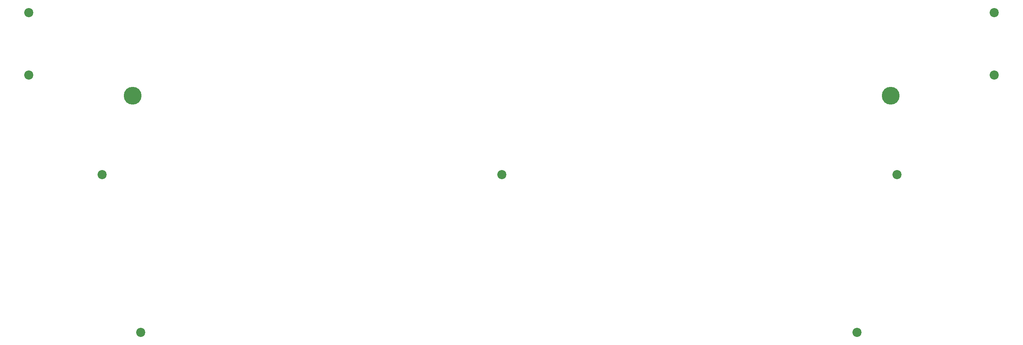
<source format=gts>
G04 #@! TF.GenerationSoftware,KiCad,Pcbnew,(6.0.1)*
G04 #@! TF.CreationDate,2022-12-02T16:53:04+01:00*
G04 #@! TF.ProjectId,backPlate,6261636b-506c-4617-9465-2e6b69636164,rev?*
G04 #@! TF.SameCoordinates,Original*
G04 #@! TF.FileFunction,Soldermask,Top*
G04 #@! TF.FilePolarity,Negative*
%FSLAX46Y46*%
G04 Gerber Fmt 4.6, Leading zero omitted, Abs format (unit mm)*
G04 Created by KiCad (PCBNEW (6.0.1)) date 2022-12-02 16:53:04*
%MOMM*%
%LPD*%
G01*
G04 APERTURE LIST*
%ADD10C,4.300000*%
%ADD11C,2.200000*%
G04 APERTURE END LIST*
D10*
X242256250Y-53975000D03*
X59368750Y-53975000D03*
D11*
X267256250Y-48975000D03*
X267256250Y-33975000D03*
X34368750Y-33975000D03*
X34368750Y-48975000D03*
X243812250Y-73025000D03*
X51990250Y-73025000D03*
X234156250Y-111125000D03*
X61384250Y-111125000D03*
X148431250Y-73025000D03*
M02*

</source>
